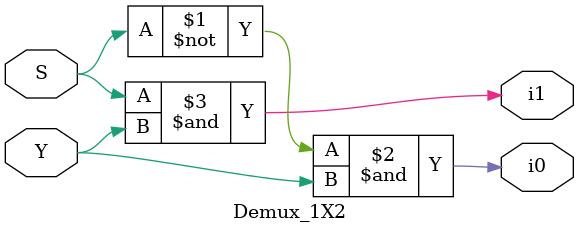
<source format=v>
module Demux_1X2(Y,S,i0,i1);
 input Y,S;
 output i0,i1;

 and gate1 (i0,~S,Y);
 and gate2 (i1,S,Y);

endmodule

</source>
